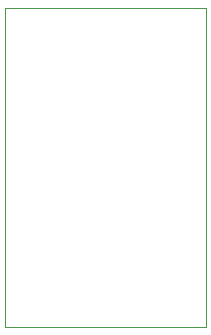
<source format=gm1>
%TF.GenerationSoftware,KiCad,Pcbnew,8.0.4*%
%TF.CreationDate,2025-01-06T14:24:37+00:00*%
%TF.ProjectId,tssop_20_breakout,7473736f-705f-4323-905f-627265616b6f,rev?*%
%TF.SameCoordinates,Original*%
%TF.FileFunction,Profile,NP*%
%FSLAX46Y46*%
G04 Gerber Fmt 4.6, Leading zero omitted, Abs format (unit mm)*
G04 Created by KiCad (PCBNEW 8.0.4) date 2025-01-06 14:24:37*
%MOMM*%
%LPD*%
G01*
G04 APERTURE LIST*
%TA.AperFunction,Profile*%
%ADD10C,0.050000*%
%TD*%
G04 APERTURE END LIST*
D10*
X50000000Y-50000000D02*
X67000000Y-50000000D01*
X67000000Y-77000000D01*
X50000000Y-77000000D01*
X50000000Y-50000000D01*
M02*

</source>
